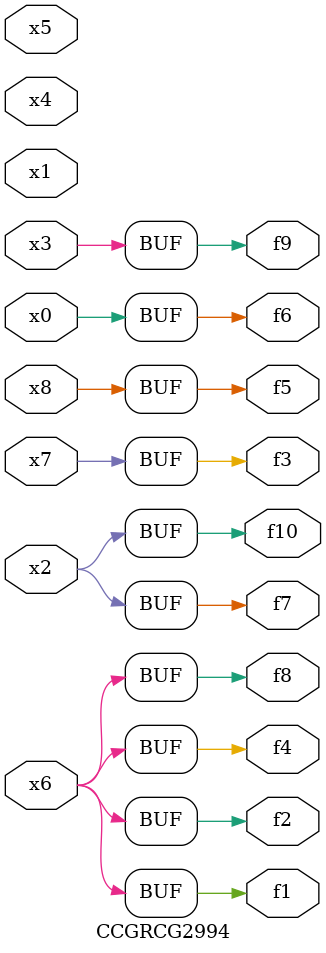
<source format=v>
module CCGRCG2994(
	input x0, x1, x2, x3, x4, x5, x6, x7, x8,
	output f1, f2, f3, f4, f5, f6, f7, f8, f9, f10
);
	assign f1 = x6;
	assign f2 = x6;
	assign f3 = x7;
	assign f4 = x6;
	assign f5 = x8;
	assign f6 = x0;
	assign f7 = x2;
	assign f8 = x6;
	assign f9 = x3;
	assign f10 = x2;
endmodule

</source>
